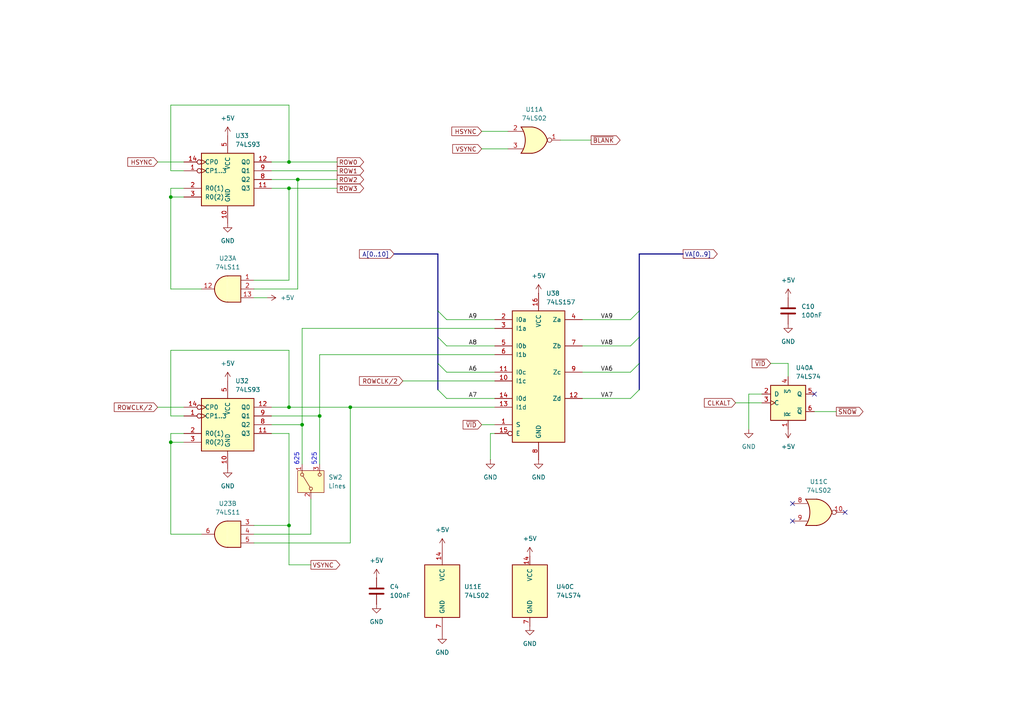
<source format=kicad_sch>
(kicad_sch (version 20231120) (generator "eeschema") (generator_version "8.0")
  (paper "A4")
  (title_block (title "Dick Smith System 80 Video and Cassette") (date "1980"))
  (lib_symbols
    (symbol "74xx:74LS02" (pin_names (offset 1.016))
      (property "Reference" "U" (at 0 1.27 0))
      (property "Value" "74LS02" (at 0 -1.27 0))
      (symbol "74LS02_1_1"
        (arc (start -3.81 -3.81) (mid -2.589 0) (end -3.81 3.81) (stroke (width 0.254)))
        (arc (start -0.6096 -3.81) (mid 2.1842 -2.5851) (end 3.81 0) (stroke (width 0.254)) (fill (type background)))
        (polyline (pts (xy -3.81 -3.81) (xy -0.635 -3.81)) (stroke (width 0.254)) (fill (type background)))
        (polyline (pts (xy -3.81 3.81) (xy -0.635 3.81)) (stroke (width 0.254)) (fill (type background)))
        (polyline (pts (xy -0.635 3.81) (xy -3.81 3.81) (xy -3.81 3.81) (xy -3.556 3.4036) (xy -3.0226 2.2606) (xy -2.6924 1.0414) (xy -2.6162 -0.254) (xy -2.7686 -1.4986) (xy -3.175 -2.7178) (xy -3.81 -3.81) (xy -3.81 -3.81) (xy -0.635 -3.81)) (stroke (width -25.4)) (fill (type background)))
        (arc (start 3.81 0) (mid 2.1915 2.5936) (end -0.6096 3.81) (stroke (width 0.254)) (fill (type background)))
        (pin output inverted (at 7.62 0 180) (length 3.81) (name "~") (number "1"))
        (pin input line (at -7.62 2.54 0) (length 4.318) (name "~") (number "2"))
        (pin input line (at -7.62 -2.54 0) (length 4.318) (name "~") (number "3"))
      )
      (symbol "74LS02_1_2"
        (arc (start 0 -3.81) (mid 3.7934 0) (end 0 3.81) (stroke (width 0.254)) (fill (type background)))
        (polyline (pts (xy 0 3.81) (xy -3.81 3.81) (xy -3.81 -3.81) (xy 0 -3.81)) (stroke (width 0.254)) (fill (type background)))
        (pin output line (at 7.62 0 180) (length 3.81) (name "~") (number "1"))
        (pin input inverted (at -7.62 2.54 0) (length 3.81) (name "~") (number "2"))
        (pin input inverted (at -7.62 -2.54 0) (length 3.81) (name "~") (number "3"))
      )
      (symbol "74LS02_2_1"
        (arc (start -3.81 -3.81) (mid -2.589 0) (end -3.81 3.81) (stroke (width 0.254)))
        (arc (start -0.6096 -3.81) (mid 2.1842 -2.5851) (end 3.81 0) (stroke (width 0.254)) (fill (type background)))
        (polyline (pts (xy -3.81 -3.81) (xy -0.635 -3.81)) (stroke (width 0.254)) (fill (type background)))
        (polyline (pts (xy -3.81 3.81) (xy -0.635 3.81)) (stroke (width 0.254)) (fill (type background)))
        (polyline (pts (xy -0.635 3.81) (xy -3.81 3.81) (xy -3.81 3.81) (xy -3.556 3.4036) (xy -3.0226 2.2606) (xy -2.6924 1.0414) (xy -2.6162 -0.254) (xy -2.7686 -1.4986) (xy -3.175 -2.7178) (xy -3.81 -3.81) (xy -3.81 -3.81) (xy -0.635 -3.81)) (stroke (width -25.4)) (fill (type background)))
        (arc (start 3.81 0) (mid 2.1915 2.5936) (end -0.6096 3.81) (stroke (width 0.254)) (fill (type background)))
        (pin output inverted (at 7.62 0 180) (length 3.81) (name "~") (number "4"))
        (pin input line (at -7.62 2.54 0) (length 4.318) (name "~") (number "5"))
        (pin input line (at -7.62 -2.54 0) (length 4.318) (name "~") (number "6"))
      )
      (symbol "74LS02_2_2"
        (arc (start 0 -3.81) (mid 3.7934 0) (end 0 3.81) (stroke (width 0.254)) (fill (type background)))
        (polyline (pts (xy 0 3.81) (xy -3.81 3.81) (xy -3.81 -3.81) (xy 0 -3.81)) (stroke (width 0.254)) (fill (type background)))
        (pin output line (at 7.62 0 180) (length 3.81) (name "~") (number "4"))
        (pin input inverted (at -7.62 2.54 0) (length 3.81) (name "~") (number "5"))
        (pin input inverted (at -7.62 -2.54 0) (length 3.81) (name "~") (number "6"))
      )
      (symbol "74LS02_3_1"
        (arc (start -3.81 -3.81) (mid -2.589 0) (end -3.81 3.81) (stroke (width 0.254)))
        (arc (start -0.6096 -3.81) (mid 2.1842 -2.5851) (end 3.81 0) (stroke (width 0.254)) (fill (type background)))
        (polyline (pts (xy -3.81 -3.81) (xy -0.635 -3.81)) (stroke (width 0.254)) (fill (type background)))
        (polyline (pts (xy -3.81 3.81) (xy -0.635 3.81)) (stroke (width 0.254)) (fill (type background)))
        (polyline (pts (xy -0.635 3.81) (xy -3.81 3.81) (xy -3.81 3.81) (xy -3.556 3.4036) (xy -3.0226 2.2606) (xy -2.6924 1.0414) (xy -2.6162 -0.254) (xy -2.7686 -1.4986) (xy -3.175 -2.7178) (xy -3.81 -3.81) (xy -3.81 -3.81) (xy -0.635 -3.81)) (stroke (width -25.4)) (fill (type background)))
        (arc (start 3.81 0) (mid 2.1915 2.5936) (end -0.6096 3.81) (stroke (width 0.254)) (fill (type background)))
        (pin output inverted (at 7.62 0 180) (length 3.81) (name "~") (number "10"))
        (pin input line (at -7.62 2.54 0) (length 4.318) (name "~") (number "8"))
        (pin input line (at -7.62 -2.54 0) (length 4.318) (name "~") (number "9"))
      )
      (symbol "74LS02_3_2"
        (arc (start 0 -3.81) (mid 3.7934 0) (end 0 3.81) (stroke (width 0.254)) (fill (type background)))
        (polyline (pts (xy 0 3.81) (xy -3.81 3.81) (xy -3.81 -3.81) (xy 0 -3.81)) (stroke (width 0.254)) (fill (type background)))
        (pin output line (at 7.62 0 180) (length 3.81) (name "~") (number "10"))
        (pin input inverted (at -7.62 2.54 0) (length 3.81) (name "~") (number "8"))
        (pin input inverted (at -7.62 -2.54 0) (length 3.81) (name "~") (number "9"))
      )
      (symbol "74LS02_4_1"
        (arc (start -3.81 -3.81) (mid -2.589 0) (end -3.81 3.81) (stroke (width 0.254)))
        (arc (start -0.6096 -3.81) (mid 2.1842 -2.5851) (end 3.81 0) (stroke (width 0.254)) (fill (type background)))
        (polyline (pts (xy -3.81 -3.81) (xy -0.635 -3.81)) (stroke (width 0.254)) (fill (type background)))
        (polyline (pts (xy -3.81 3.81) (xy -0.635 3.81)) (stroke (width 0.254)) (fill (type background)))
        (polyline (pts (xy -0.635 3.81) (xy -3.81 3.81) (xy -3.81 3.81) (xy -3.556 3.4036) (xy -3.0226 2.2606) (xy -2.6924 1.0414) (xy -2.6162 -0.254) (xy -2.7686 -1.4986) (xy -3.175 -2.7178) (xy -3.81 -3.81) (xy -3.81 -3.81) (xy -0.635 -3.81)) (stroke (width -25.4)) (fill (type background)))
        (arc (start 3.81 0) (mid 2.1915 2.5936) (end -0.6096 3.81) (stroke (width 0.254)) (fill (type background)))
        (pin input line (at -7.62 2.54 0) (length 4.318) (name "~") (number "11"))
        (pin input line (at -7.62 -2.54 0) (length 4.318) (name "~") (number "12"))
        (pin output inverted (at 7.62 0 180) (length 3.81) (name "~") (number "13"))
      )
      (symbol "74LS02_4_2"
        (arc (start 0 -3.81) (mid 3.7934 0) (end 0 3.81) (stroke (width 0.254)) (fill (type background)))
        (polyline (pts (xy 0 3.81) (xy -3.81 3.81) (xy -3.81 -3.81) (xy 0 -3.81)) (stroke (width 0.254)) (fill (type background)))
        (pin input inverted (at -7.62 2.54 0) (length 3.81) (name "~") (number "11"))
        (pin input inverted (at -7.62 -2.54 0) (length 3.81) (name "~") (number "12"))
        (pin output line (at 7.62 0 180) (length 3.81) (name "~") (number "13"))
      )
      (symbol "74LS02_5_0"
        (pin power_in line (at 0 12.7 270) (length 5.08) (name "VCC") (number "14"))
        (pin power_in line (at 0 -12.7 90) (length 5.08) (name "GND") (number "7"))
      )
      (symbol "74LS02_5_1"
        (rectangle (start -5.08 7.62) (end 5.08 -7.62) (stroke (width 0.254)) (fill (type background)))
      )
    )
    (symbol "74xx:74LS11" (pin_names (offset 1.016))
      (property "Reference" "U" (at 0 1.27 0))
      (property "Value" "74LS11" (at 0 -1.27 0))
      (symbol "74LS11_1_1"
        (arc (start 0 -3.81) (mid 3.7934 0) (end 0 3.81) (stroke (width 0.254)) (fill (type background)))
        (polyline (pts (xy 0 3.81) (xy -3.81 3.81) (xy -3.81 -3.81) (xy 0 -3.81)) (stroke (width 0.254)) (fill (type background)))
        (pin input line (at -7.62 2.54 0) (length 3.81) (name "~") (number "1"))
        (pin output line (at 7.62 0 180) (length 3.81) (name "~") (number "12"))
        (pin input line (at -7.62 -2.54 0) (length 3.81) (name "~") (number "13"))
        (pin input line (at -7.62 0 0) (length 3.81) (name "~") (number "2"))
      )
      (symbol "74LS11_1_2"
        (arc (start -3.81 -3.81) (mid -2.589 0) (end -3.81 3.81) (stroke (width 0.254)))
        (arc (start -0.6096 -3.81) (mid 2.1842 -2.5851) (end 3.81 0) (stroke (width 0.254)) (fill (type background)))
        (polyline (pts (xy -3.81 -3.81) (xy -0.635 -3.81)) (stroke (width 0.254)) (fill (type background)))
        (polyline (pts (xy -3.81 3.81) (xy -0.635 3.81)) (stroke (width 0.254)) (fill (type background)))
        (polyline (pts (xy -0.635 3.81) (xy -3.81 3.81) (xy -3.81 3.81) (xy -3.556 3.4036) (xy -3.0226 2.2606) (xy -2.6924 1.0414) (xy -2.6162 -0.254) (xy -2.7686 -1.4986) (xy -3.175 -2.7178) (xy -3.81 -3.81) (xy -3.81 -3.81) (xy -0.635 -3.81)) (stroke (width -25.4)) (fill (type background)))
        (arc (start 3.81 0) (mid 2.1915 2.5936) (end -0.6096 3.81) (stroke (width 0.254)) (fill (type background)))
        (pin input inverted (at -7.62 2.54 0) (length 4.318) (name "~") (number "1"))
        (pin output inverted (at 7.62 0 180) (length 3.81) (name "~") (number "12"))
        (pin input inverted (at -7.62 -2.54 0) (length 4.318) (name "~") (number "13"))
        (pin input inverted (at -7.62 0 0) (length 4.953) (name "~") (number "2"))
      )
      (symbol "74LS11_2_1"
        (arc (start 0 -3.81) (mid 3.7934 0) (end 0 3.81) (stroke (width 0.254)) (fill (type background)))
        (polyline (pts (xy 0 3.81) (xy -3.81 3.81) (xy -3.81 -3.81) (xy 0 -3.81)) (stroke (width 0.254)) (fill (type background)))
        (pin input line (at -7.62 2.54 0) (length 3.81) (name "~") (number "3"))
        (pin input line (at -7.62 0 0) (length 3.81) (name "~") (number "4"))
        (pin input line (at -7.62 -2.54 0) (length 3.81) (name "~") (number "5"))
        (pin output line (at 7.62 0 180) (length 3.81) (name "~") (number "6"))
      )
      (symbol "74LS11_2_2"
        (arc (start -3.81 -3.81) (mid -2.589 0) (end -3.81 3.81) (stroke (width 0.254)))
        (arc (start -0.6096 -3.81) (mid 2.1842 -2.5851) (end 3.81 0) (stroke (width 0.254)) (fill (type background)))
        (polyline (pts (xy -3.81 -3.81) (xy -0.635 -3.81)) (stroke (width 0.254)) (fill (type background)))
        (polyline (pts (xy -3.81 3.81) (xy -0.635 3.81)) (stroke (width 0.254)) (fill (type background)))
        (polyline (pts (xy -0.635 3.81) (xy -3.81 3.81) (xy -3.81 3.81) (xy -3.556 3.4036) (xy -3.0226 2.2606) (xy -2.6924 1.0414) (xy -2.6162 -0.254) (xy -2.7686 -1.4986) (xy -3.175 -2.7178) (xy -3.81 -3.81) (xy -3.81 -3.81) (xy -0.635 -3.81)) (stroke (width -25.4)) (fill (type background)))
        (arc (start 3.81 0) (mid 2.1915 2.5936) (end -0.6096 3.81) (stroke (width 0.254)) (fill (type background)))
        (pin input inverted (at -7.62 2.54 0) (length 4.318) (name "~") (number "3"))
        (pin input inverted (at -7.62 0 0) (length 4.953) (name "~") (number "4"))
        (pin input inverted (at -7.62 -2.54 0) (length 4.318) (name "~") (number "5"))
        (pin output inverted (at 7.62 0 180) (length 3.81) (name "~") (number "6"))
      )
      (symbol "74LS11_3_1"
        (arc (start 0 -3.81) (mid 3.7934 0) (end 0 3.81) (stroke (width 0.254)) (fill (type background)))
        (polyline (pts (xy 0 3.81) (xy -3.81 3.81) (xy -3.81 -3.81) (xy 0 -3.81)) (stroke (width 0.254)) (fill (type background)))
        (pin input line (at -7.62 0 0) (length 3.81) (name "~") (number "10"))
        (pin input line (at -7.62 -2.54 0) (length 3.81) (name "~") (number "11"))
        (pin output line (at 7.62 0 180) (length 3.81) (name "~") (number "8"))
        (pin input line (at -7.62 2.54 0) (length 3.81) (name "~") (number "9"))
      )
      (symbol "74LS11_3_2"
        (arc (start -3.81 -3.81) (mid -2.589 0) (end -3.81 3.81) (stroke (width 0.254)))
        (arc (start -0.6096 -3.81) (mid 2.1842 -2.5851) (end 3.81 0) (stroke (width 0.254)) (fill (type background)))
        (polyline (pts (xy -3.81 -3.81) (xy -0.635 -3.81)) (stroke (width 0.254)) (fill (type background)))
        (polyline (pts (xy -3.81 3.81) (xy -0.635 3.81)) (stroke (width 0.254)) (fill (type background)))
        (polyline (pts (xy -0.635 3.81) (xy -3.81 3.81) (xy -3.81 3.81) (xy -3.556 3.4036) (xy -3.0226 2.2606) (xy -2.6924 1.0414) (xy -2.6162 -0.254) (xy -2.7686 -1.4986) (xy -3.175 -2.7178) (xy -3.81 -3.81) (xy -3.81 -3.81) (xy -0.635 -3.81)) (stroke (width -25.4)) (fill (type background)))
        (arc (start 3.81 0) (mid 2.1915 2.5936) (end -0.6096 3.81) (stroke (width 0.254)) (fill (type background)))
        (pin input inverted (at -7.62 0 0) (length 4.953) (name "~") (number "10"))
        (pin input inverted (at -7.62 -2.54 0) (length 4.318) (name "~") (number "11"))
        (pin output inverted (at 7.62 0 180) (length 3.81) (name "~") (number "8"))
        (pin input inverted (at -7.62 2.54 0) (length 4.318) (name "~") (number "9"))
      )
      (symbol "74LS11_4_0"
        (pin power_in line (at 0 12.7 270) (length 5.08) (name "VCC") (number "14"))
        (pin power_in line (at 0 -12.7 90) (length 5.08) (name "GND") (number "7"))
      )
      (symbol "74LS11_4_1"
        (rectangle (start -5.08 7.62) (end 5.08 -7.62) (stroke (width 0.254)) (fill (type background)))
      )
    )
    (symbol "74xx:74LS157" (pin_names (offset 1.016))
      (property "Reference" "U" (at -7.62 19.05 0))
      (property "Value" "74LS157" (at -7.62 -21.59 0))
      (symbol "74LS157_1_0"
        (pin input line (at -12.7 -15.24 0) (length 5.08) (name "S") (number "1"))
        (pin input line (at -12.7 -2.54 0) (length 5.08) (name "I1c") (number "10"))
        (pin input line (at -12.7 0 0) (length 5.08) (name "I0c") (number "11"))
        (pin output line (at 12.7 -7.62 180) (length 5.08) (name "Zd") (number "12"))
        (pin input line (at -12.7 -10.16 0) (length 5.08) (name "I1d") (number "13"))
        (pin input line (at -12.7 -7.62 0) (length 5.08) (name "I0d") (number "14"))
        (pin input inverted (at -12.7 -17.78 0) (length 5.08) (name "E") (number "15"))
        (pin power_in line (at 0 22.86 270) (length 5.08) (name "VCC") (number "16"))
        (pin input line (at -12.7 15.24 0) (length 5.08) (name "I0a") (number "2"))
        (pin input line (at -12.7 12.7 0) (length 5.08) (name "I1a") (number "3"))
        (pin output line (at 12.7 15.24 180) (length 5.08) (name "Za") (number "4"))
        (pin input line (at -12.7 7.62 0) (length 5.08) (name "I0b") (number "5"))
        (pin input line (at -12.7 5.08 0) (length 5.08) (name "I1b") (number "6"))
        (pin output line (at 12.7 7.62 180) (length 5.08) (name "Zb") (number "7"))
        (pin power_in line (at 0 -25.4 90) (length 5.08) (name "GND") (number "8"))
        (pin output line (at 12.7 0 180) (length 5.08) (name "Zc") (number "9"))
      )
      (symbol "74LS157_1_1"
        (rectangle (start -7.62 17.78) (end 7.62 -20.32) (stroke (width 0.254)) (fill (type background)))
      )
    )
    (symbol "74xx:74LS74" (pin_names (offset 1.016))
      (property "Reference" "U" (at -7.62 8.89 0))
      (property "Value" "74LS74" (at -7.62 -8.89 0))
      (symbol "74LS74_1_0"
        (pin input line (at 0 -7.62 90) (length 2.54) (name "~{R}") (number "1"))
        (pin input line (at -7.62 2.54 0) (length 2.54) (name "D") (number "2"))
        (pin input clock (at -7.62 0 0) (length 2.54) (name "C") (number "3"))
        (pin input line (at 0 7.62 270) (length 2.54) (name "~{S}") (number "4"))
        (pin output line (at 7.62 2.54 180) (length 2.54) (name "Q") (number "5"))
        (pin output line (at 7.62 -2.54 180) (length 2.54) (name "~{Q}") (number "6"))
      )
      (symbol "74LS74_1_1"
        (rectangle (start -5.08 5.08) (end 5.08 -5.08) (stroke (width 0.254)) (fill (type background)))
      )
      (symbol "74LS74_2_0"
        (pin input line (at 0 7.62 270) (length 2.54) (name "~{S}") (number "10"))
        (pin input clock (at -7.62 0 0) (length 2.54) (name "C") (number "11"))
        (pin input line (at -7.62 2.54 0) (length 2.54) (name "D") (number "12"))
        (pin input line (at 0 -7.62 90) (length 2.54) (name "~{R}") (number "13"))
        (pin output line (at 7.62 -2.54 180) (length 2.54) (name "~{Q}") (number "8"))
        (pin output line (at 7.62 2.54 180) (length 2.54) (name "Q") (number "9"))
      )
      (symbol "74LS74_2_1"
        (rectangle (start -5.08 5.08) (end 5.08 -5.08) (stroke (width 0.254)) (fill (type background)))
      )
      (symbol "74LS74_3_0"
        (pin power_in line (at 0 10.16 270) (length 2.54) (name "VCC") (number "14"))
        (pin power_in line (at 0 -10.16 90) (length 2.54) (name "GND") (number "7"))
      )
      (symbol "74LS74_3_1"
        (rectangle (start -5.08 7.62) (end 5.08 -7.62) (stroke (width 0.254)) (fill (type background)))
      )
    )
    (symbol "74xx:74LS93" (pin_names (offset 1.016))
      (property "Reference" "U" (at -7.62 8.89 0))
      (property "Value" "74LS93" (at -7.62 -8.89 0))
      (symbol "74LS93_1_0"
        (pin input inverted_clock (at -12.7 2.54 0) (length 5.08) (name "CP1..3") (number "1"))
        (pin power_in line (at 0 -12.7 90) (length 5.08) (name "GND") (number "10"))
        (pin output line (at 12.7 -2.54 180) (length 5.08) (name "Q3") (number "11"))
        (pin output line (at 12.7 5.08 180) (length 5.08) (name "Q0") (number "12"))
        (pin input inverted_clock (at -12.7 5.08 0) (length 5.08) (name "CP0") (number "14"))
        (pin input line (at -12.7 -2.54 0) (length 5.08) (name "R0(1)") (number "2"))
        (pin input line (at -12.7 -5.08 0) (length 5.08) (name "R0(2)") (number "3"))
        (pin power_in line (at 0 12.7 270) (length 5.08) (name "VCC") (number "5"))
        (pin output line (at 12.7 0 180) (length 5.08) (name "Q2") (number "8"))
        (pin output line (at 12.7 2.54 180) (length 5.08) (name "Q1") (number "9"))
      )
      (symbol "74LS93_1_1"
        (rectangle (start -7.62 7.62) (end 7.62 -7.62) (stroke (width 0.254)) (fill (type background)))
      )
    )
    (symbol "Device:C" (pin_numbers hide) (pin_names (offset 0.254))
      (property "Reference" "C" (at 0.635 2.54 0))
      (property "Value" "C" (at 0.635 -2.54 0))
      (symbol "C_0_1"
        (polyline (pts (xy -2.032 -0.762) (xy 2.032 -0.762)) (stroke (width 0.508)))
        (polyline (pts (xy -2.032 0.762) (xy 2.032 0.762)) (stroke (width 0.508)))
      )
      (symbol "C_1_1"
        (pin passive line (at 0 3.81 270) (length 2.794) (name "~") (number "1"))
        (pin passive line (at 0 -3.81 90) (length 2.794) (name "~") (number "2"))
      )
    )
    (symbol "Switch:SW_SPDT" (pin_names (offset 0) hide)
      (property "Reference" "SW" (at 0 5.08 0))
      (property "Value" "SW_SPDT" (at 0 -5.08 0))
      (symbol "SW_SPDT_0_1"
        (circle (center -2.032 0) (radius 0.4572))
        (polyline (pts (xy -1.651 0.254) (xy 1.651 2.286)))
        (circle (center 2.032 -2.54) (radius 0.4572))
        (circle (center 2.032 2.54) (radius 0.4572))
      )
      (symbol "SW_SPDT_1_1"
        (rectangle (start -3.175 3.81) (end 3.175 -3.81) (fill (type background)))
        (pin passive line (at 5.08 2.54 180) (length 2.54) (name "A") (number "1"))
        (pin passive line (at -5.08 0 0) (length 2.54) (name "B") (number "2"))
        (pin passive line (at 5.08 -2.54 180) (length 2.54) (name "C") (number "3"))
      )
    )
    (symbol "power:+5V" (power) (pin_numbers hide) (pin_names (offset 0) hide)
      (property "Value" "+5V" (at 0 3.556 0))
      (symbol "+5V_0_1"
        (polyline (pts (xy -0.762 1.27) (xy 0 2.54)))
        (polyline (pts (xy 0 0) (xy 0 2.54)))
        (polyline (pts (xy 0 2.54) (xy 0.762 1.27)))
      )
      (symbol "+5V_1_1"
        (pin power_in line (at 0 0 90) (length 0) (name "~") (number "1"))
      )
    )
    (symbol "power:GND" (power) (pin_numbers hide) (pin_names (offset 0) hide)
      (property "Value" "GND" (at 0 -3.81 0))
      (symbol "GND_0_1"
        (polyline (pts (xy 0 0) (xy 0 -1.27) (xy 1.27 -1.27) (xy 0 -2.54) (xy -1.27 -1.27) (xy 0 -1.27)))
      )
      (symbol "GND_1_1"
        (pin power_in line (at 0 0 270) (length 0) (name "~") (number "1"))
      )
    )
  )
  (junction (at 49.53 57.15))
  (junction (at 87.63 123.19))
  (junction (at 83.82 118.11))
  (junction (at 101.6 118.11))
  (junction (at 83.82 54.61))
  (junction (at 92.71 120.65))
  (junction (at 86.36 52.07))
  (junction (at 83.82 46.99))
  (junction (at 49.53 128.27))
  (junction (at 83.82 152.4))
  (no_connect (at 229.87 146.05))
  (no_connect (at 245.11 148.59))
  (no_connect (at 229.87 151.13))
  (no_connect (at 236.22 114.3))
  (bus_entry (at 127 113.03) (size 2.54 2.54))
  (bus_entry (at 127 105.41) (size 2.54 2.54))
  (bus_entry (at 185.42 90.17) (size -2.54 2.54))
  (bus_entry (at 185.42 113.03) (size -2.54 2.54))
  (bus_entry (at 185.42 97.79) (size -2.54 2.54))
  (bus_entry (at 185.42 105.41) (size -2.54 2.54))
  (bus_entry (at 127 90.17) (size 2.54 2.54))
  (bus_entry (at 127 97.79) (size 2.54 2.54))
  (wire (pts (xy 78.74 46.99) (xy 83.82 46.99)))
  (bus (pts (xy 127 105.41) (xy 127 113.03)))
  (wire (pts (xy 49.53 120.65) (xy 53.34 120.65)))
  (wire (pts (xy 83.82 125.73) (xy 78.74 125.73)))
  (wire (pts (xy 86.36 83.82) (xy 73.66 83.82)))
  (wire (pts (xy 49.53 101.6) (xy 49.53 120.65)))
  (wire (pts (xy 139.7 123.19) (xy 143.51 123.19)))
  (bus (pts (xy 198.12 73.66) (xy 185.42 73.66)))
  (wire (pts (xy 101.6 118.11) (xy 143.51 118.11)))
  (wire (pts (xy 87.63 95.25) (xy 143.51 95.25)))
  (bus (pts (xy 127 90.17) (xy 127 97.79)))
  (wire (pts (xy 129.54 100.33) (xy 143.51 100.33)))
  (wire (pts (xy 182.88 92.71) (xy 168.91 92.71)))
  (bus (pts (xy 127 97.79) (xy 127 105.41)))
  (wire (pts (xy 142.24 133.35) (xy 142.24 125.73)))
  (wire (pts (xy 182.88 100.33) (xy 168.91 100.33)))
  (wire (pts (xy 49.53 128.27) (xy 49.53 125.73)))
  (wire (pts (xy 49.53 128.27) (xy 49.53 154.94)))
  (wire (pts (xy 73.66 152.4) (xy 83.82 152.4)))
  (wire (pts (xy 142.24 125.73) (xy 143.51 125.73)))
  (wire (pts (xy 90.17 144.78) (xy 90.17 154.94)))
  (wire (pts (xy 236.22 119.38) (xy 242.57 119.38)))
  (wire (pts (xy 83.82 46.99) (xy 83.82 30.48)))
  (wire (pts (xy 83.82 101.6) (xy 49.53 101.6)))
  (wire (pts (xy 78.74 118.11) (xy 83.82 118.11)))
  (wire (pts (xy 139.7 43.18) (xy 147.32 43.18)))
  (wire (pts (xy 228.6 105.41) (xy 223.52 105.41)))
  (wire (pts (xy 217.17 114.3) (xy 220.98 114.3)))
  (wire (pts (xy 87.63 123.19) (xy 87.63 134.62)))
  (wire (pts (xy 49.53 57.15) (xy 53.34 57.15)))
  (wire (pts (xy 101.6 118.11) (xy 101.6 157.48)))
  (wire (pts (xy 73.66 86.36) (xy 77.47 86.36)))
  (wire (pts (xy 83.82 118.11) (xy 83.82 101.6)))
  (wire (pts (xy 86.36 52.07) (xy 86.36 83.82)))
  (wire (pts (xy 83.82 46.99) (xy 97.79 46.99)))
  (wire (pts (xy 49.53 57.15) (xy 49.53 83.82)))
  (wire (pts (xy 213.36 116.84) (xy 220.98 116.84)))
  (wire (pts (xy 129.54 92.71) (xy 143.51 92.71)))
  (wire (pts (xy 182.88 115.57) (xy 168.91 115.57)))
  (wire (pts (xy 83.82 163.83) (xy 83.82 152.4)))
  (wire (pts (xy 87.63 95.25) (xy 87.63 123.19)))
  (wire (pts (xy 90.17 154.94) (xy 73.66 154.94)))
  (bus (pts (xy 185.42 73.66) (xy 185.42 90.17)))
  (wire (pts (xy 83.82 118.11) (xy 101.6 118.11)))
  (wire (pts (xy 101.6 157.48) (xy 73.66 157.48)))
  (wire (pts (xy 162.56 40.64) (xy 171.45 40.64)))
  (wire (pts (xy 58.42 154.94) (xy 49.53 154.94)))
  (wire (pts (xy 116.84 110.49) (xy 143.51 110.49)))
  (wire (pts (xy 92.71 102.87) (xy 143.51 102.87)))
  (wire (pts (xy 92.71 134.62) (xy 92.71 120.65)))
  (wire (pts (xy 217.17 124.46) (xy 217.17 114.3)))
  (wire (pts (xy 129.54 115.57) (xy 143.51 115.57)))
  (bus (pts (xy 185.42 90.17) (xy 185.42 97.79)))
  (bus (pts (xy 185.42 97.79) (xy 185.42 105.41)))
  (wire (pts (xy 49.53 125.73) (xy 53.34 125.73)))
  (wire (pts (xy 83.82 30.48) (xy 49.53 30.48)))
  (wire (pts (xy 78.74 49.53) (xy 97.79 49.53)))
  (bus (pts (xy 127 73.66) (xy 127 90.17)))
  (bus (pts (xy 114.3 73.66) (xy 127 73.66)))
  (wire (pts (xy 45.72 46.99) (xy 53.34 46.99)))
  (wire (pts (xy 78.74 120.65) (xy 92.71 120.65)))
  (wire (pts (xy 49.53 30.48) (xy 49.53 49.53)))
  (bus (pts (xy 185.42 105.41) (xy 185.42 113.03)))
  (wire (pts (xy 83.82 125.73) (xy 83.82 152.4)))
  (wire (pts (xy 49.53 54.61) (xy 53.34 54.61)))
  (wire (pts (xy 83.82 54.61) (xy 97.79 54.61)))
  (wire (pts (xy 129.54 107.95) (xy 143.51 107.95)))
  (wire (pts (xy 58.42 83.82) (xy 49.53 83.82)))
  (wire (pts (xy 228.6 109.22) (xy 228.6 105.41)))
  (wire (pts (xy 83.82 81.28) (xy 83.82 54.61)))
  (wire (pts (xy 78.74 123.19) (xy 87.63 123.19)))
  (wire (pts (xy 49.53 49.53) (xy 53.34 49.53)))
  (wire (pts (xy 78.74 52.07) (xy 86.36 52.07)))
  (wire (pts (xy 139.7 38.1) (xy 147.32 38.1)))
  (wire (pts (xy 92.71 102.87) (xy 92.71 120.65)))
  (wire (pts (xy 86.36 52.07) (xy 97.79 52.07)))
  (wire (pts (xy 73.66 81.28) (xy 83.82 81.28)))
  (wire (pts (xy 182.88 107.95) (xy 168.91 107.95)))
  (wire (pts (xy 49.53 128.27) (xy 53.34 128.27)))
  (wire (pts (xy 83.82 54.61) (xy 78.74 54.61)))
  (wire (pts (xy 49.53 57.15) (xy 49.53 54.61)))
  (wire (pts (xy 45.72 118.11) (xy 53.34 118.11)))
  (wire (pts (xy 90.17 163.83) (xy 83.82 163.83)))
  (text "625" (at 86.106 133.096 90) (effects (font (size 1.27 1.27))))
  (text "525" (at 91.186 133.096 90) (effects (font (size 1.27 1.27))))
  (label "VA7" (at 177.8 115.57 180))
  (label "A9" (at 135.89 92.71 0))
  (label "A8" (at 135.89 100.33 0))
  (label "VA9" (at 177.8 92.71 180))
  (label "A6" (at 135.89 107.95 0))
  (label "VA6" (at 177.8 107.95 180))
  (label "A7" (at 135.89 115.57 0))
  (label "VA8" (at 177.8 100.33 180))
  (global_label "ROWCLK{slash}2" (shape input) (at 116.84 110.49 180) (property "Intersheetrefs" "${INTERSHEET_REFS}" (effects (hide yes))))
  (global_label "ROW1" (shape output) (at 97.79 49.53 0) (property "Intersheetrefs" "${INTERSHEET_REFS}" (effects (hide yes))))
  (global_label "HSYNC" (shape input) (at 139.7 38.1 180) (property "Intersheetrefs" "${INTERSHEET_REFS}" (effects (hide yes))))
  (global_label "ROW3" (shape output) (at 97.79 54.61 0) (property "Intersheetrefs" "${INTERSHEET_REFS}" (effects (hide yes))))
  (global_label "ROWCLK{slash}2" (shape input) (at 45.72 118.11 180) (property "Intersheetrefs" "${INTERSHEET_REFS}" (effects (hide yes))))
  (global_label "~{SNOW}" (shape output) (at 242.57 119.38 0) (property "Intersheetrefs" "${INTERSHEET_REFS}" (effects (hide yes))))
  (global_label "~{VID}" (shape input) (at 139.7 123.19 180) (property "Intersheetrefs" "${INTERSHEET_REFS}" (effects (hide yes))))
  (global_label "~{VID}" (shape input) (at 223.52 105.41 180) (property "Intersheetrefs" "${INTERSHEET_REFS}" (effects (hide yes))))
  (global_label "CLKALT" (shape input) (at 213.36 116.84 180) (property "Intersheetrefs" "${INTERSHEET_REFS}" (effects (hide yes))))
  (global_label "A[0..10]" (shape input) (at 114.3 73.66 180) (property "Intersheetrefs" "${INTERSHEET_REFS}" (effects (hide yes))))
  (global_label "VSYNC" (shape input) (at 139.7 43.18 180) (property "Intersheetrefs" "${INTERSHEET_REFS}" (effects (hide yes))))
  (global_label "ROW2" (shape output) (at 97.79 52.07 0) (property "Intersheetrefs" "${INTERSHEET_REFS}" (effects (hide yes))))
  (global_label "HSYNC" (shape input) (at 45.72 46.99 180) (property "Intersheetrefs" "${INTERSHEET_REFS}" (effects (hide yes))))
  (global_label "~{BLANK}" (shape output) (at 171.45 40.64 0) (property "Intersheetrefs" "${INTERSHEET_REFS}" (effects (hide yes))))
  (global_label "VA[0..9]" (shape output) (at 198.12 73.66 0) (property "Intersheetrefs" "${INTERSHEET_REFS}" (effects (hide yes))))
  (global_label "ROW0" (shape output) (at 97.79 46.99 0) (property "Intersheetrefs" "${INTERSHEET_REFS}" (effects (hide yes))))
  (global_label "VSYNC" (shape output) (at 90.17 163.83 0) (property "Intersheetrefs" "${INTERSHEET_REFS}" (effects (hide yes))))
  (symbol (lib_id "power:+5V") (at 228.6 86.36 0) (unit 1)
    (property "Reference" "#PWR0188" (effects (hide yes)))
    (property "Value" "+5V" (at 228.6 81.28 0))
    (property "Description" "Power symbol creates a global label with name \"+5V\"" (effects (hide yes)))
  )
  (symbol (lib_id "Device:C") (at 228.6 90.17 0) (unit 1)
    (property "Reference" "C10" (at 232.41 88.8999 0) (effects (justify left)))
    (property "Value" "100nF" (at 232.41 91.4399 0) (effects (justify left)))
    (property "Description" "Unpolarized capacitor" (effects (hide yes)))
  )
  (symbol (lib_id "74xx:74LS11") (at 66.04 154.94 0) (mirror y) (unit 2)
    (property "Reference" "U23" (at 66.0483 146.05 0))
    (property "Value" "74LS11" (at 66.0483 148.59 0))
    (property "Footprint" "Package_DIP:DIP-14_W7.62mm" (effects (hide yes)))
    (property "Datasheet" "http://www.ti.com/lit/gpn/sn74LS11" (effects (hide yes)))
    (property "Description" "Triple 3-input AND" (effects (hide yes)))
  )
  (symbol (lib_id "power:+5V") (at 77.47 86.36 270) (unit 1)
    (property "Reference" "#PWR045" (effects (hide yes)))
    (property "Value" "+5V" (at 81.28 86.3599 90) (effects (justify left)))
    (property "Description" "Power symbol creates a global label with name \"+5V\"" (effects (hide yes)))
  )
  (symbol (lib_id "power:+5V") (at 66.04 39.37 0) (unit 1)
    (property "Reference" "#PWR046" (effects (hide yes)))
    (property "Value" "+5V" (at 66.04 34.29 0))
    (property "Description" "Power symbol creates a global label with name \"+5V\"" (effects (hide yes)))
  )
  (symbol (lib_id "power:GND") (at 228.6 93.98 0) (unit 1)
    (property "Reference" "#PWR0189" (effects (hide yes)))
    (property "Value" "GND" (at 228.6 99.06 0))
    (property "Description" "Power symbol creates a global label with name \"GND\" , ground" (effects (hide yes)))
  )
  (symbol (lib_id "power:+5V") (at 66.04 110.49 0) (unit 1)
    (property "Reference" "#PWR048" (effects (hide yes)))
    (property "Value" "+5V" (at 66.04 105.41 0))
    (property "Description" "Power symbol creates a global label with name \"+5V\"" (effects (hide yes)))
  )
  (symbol (lib_id "74xx:74LS74") (at 153.67 171.45 0) (unit 3)
    (property "Reference" "U40" (at 161.29 170.1799 0) (effects (justify left)))
    (property "Value" "74LS74" (at 161.29 172.7199 0) (effects (justify left)))
    (property "Footprint" "Package_DIP:DIP-14_W7.62mm" (effects (hide yes)))
    (property "Datasheet" "74xx/74hc_hct74.pdf" (effects (hide yes)))
    (property "Description" "Dual D Flip-flop, Set & Reset" (effects (hide yes)))
  )
  (symbol (lib_id "74xx:74LS74") (at 228.6 116.84 0) (unit 1)
    (property "Reference" "U40" (at 230.7941 106.68 0) (effects (justify left)))
    (property "Value" "74LS74" (at 230.7941 109.22 0) (effects (justify left)))
    (property "Footprint" "Package_DIP:DIP-14_W7.62mm" (effects (hide yes)))
    (property "Datasheet" "74xx/74hc_hct74.pdf" (effects (hide yes)))
    (property "Description" "Dual D Flip-flop, Set & Reset" (effects (hide yes)))
  )
  (symbol (lib_id "74xx:74LS02") (at 128.27 171.45 0) (unit 5)
    (property "Reference" "U11" (at 134.62 170.1799 0) (effects (justify left)))
    (property "Value" "74LS02" (at 134.62 172.7199 0) (effects (justify left)))
    (property "Footprint" "Package_DIP:DIP-14_W7.62mm" (effects (hide yes)))
    (property "Datasheet" "http://www.ti.com/lit/gpn/sn74ls02" (effects (hide yes)))
    (property "Description" "quad 2-input NOR gate" (effects (hide yes)))
  )
  (symbol (lib_id "74xx:74LS93") (at 66.04 52.07 0) (unit 1)
    (property "Reference" "U33" (at 68.2341 39.37 0) (effects (justify left)))
    (property "Value" "74LS93" (at 68.2341 41.91 0) (effects (justify left)))
    (property "Footprint" "Package_DIP:DIP-14_W7.62mm" (effects (hide yes)))
    (property "Datasheet" "http://www.ti.com/lit/gpn/sn74LS93" (effects (hide yes)))
    (property "Description" "Divide by 2 & 8 counter" (effects (hide yes)))
  )
  (symbol (lib_id "Device:C") (at 109.22 171.45 0) (unit 1)
    (property "Reference" "C4" (at 113.03 170.1799 0) (effects (justify left)))
    (property "Value" "100nF" (at 113.03 172.7199 0) (effects (justify left)))
    (property "Description" "Unpolarized capacitor" (effects (hide yes)))
  )
  (symbol (lib_id "power:+5V") (at 156.21 85.09 0) (unit 1)
    (property "Reference" "#PWR060" (effects (hide yes)))
    (property "Value" "+5V" (at 156.21 80.01 0))
    (property "Description" "Power symbol creates a global label with name \"+5V\"" (effects (hide yes)))
  )
  (symbol (lib_id "74xx:74LS93") (at 66.04 123.19 0) (unit 1)
    (property "Reference" "U32" (at 68.2341 110.49 0) (effects (justify left)))
    (property "Value" "74LS93" (at 68.2341 113.03 0) (effects (justify left)))
    (property "Footprint" "Package_DIP:DIP-14_W7.62mm" (effects (hide yes)))
    (property "Datasheet" "http://www.ti.com/lit/gpn/sn74LS93" (effects (hide yes)))
    (property "Description" "Divide by 2 & 8 counter" (effects (hide yes)))
  )
  (symbol (lib_id "power:GND") (at 217.17 124.46 0) (unit 1)
    (property "Reference" "#PWR051" (effects (hide yes)))
    (property "Value" "GND" (at 217.17 129.54 0))
    (property "Description" "Power symbol creates a global label with name \"GND\" , ground" (effects (hide yes)))
  )
  (symbol (lib_id "power:+5V") (at 128.27 158.75 0) (unit 1)
    (property "Reference" "#PWR052" (effects (hide yes)))
    (property "Value" "+5V" (at 128.27 153.67 0))
    (property "Description" "Power symbol creates a global label with name \"+5V\"" (effects (hide yes)))
  )
  (symbol (lib_id "74xx:74LS02") (at 154.94 40.64 0) (unit 1)
    (property "Reference" "U11" (at 154.94 31.75 0))
    (property "Value" "74LS02" (at 154.94 34.29 0))
    (property "Footprint" "Package_DIP:DIP-14_W7.62mm" (effects (hide yes)))
    (property "Datasheet" "http://www.ti.com/lit/gpn/sn74ls02" (effects (hide yes)))
    (property "Description" "quad 2-input NOR gate" (effects (hide yes)))
  )
  (symbol (lib_id "power:GND") (at 109.22 175.26 0) (unit 1)
    (property "Reference" "#PWR0179" (effects (hide yes)))
    (property "Value" "GND" (at 109.22 180.34 0))
    (property "Description" "Power symbol creates a global label with name \"GND\" , ground" (effects (hide yes)))
  )
  (symbol (lib_id "power:GND") (at 156.21 133.35 0) (unit 1)
    (property "Reference" "#PWR061" (effects (hide yes)))
    (property "Value" "GND" (at 156.21 138.43 0))
    (property "Description" "Power symbol creates a global label with name \"GND\" , ground" (effects (hide yes)))
  )
  (symbol (lib_id "power:GND") (at 66.04 135.89 0) (unit 1)
    (property "Reference" "#PWR049" (effects (hide yes)))
    (property "Value" "GND" (at 66.04 140.97 0))
    (property "Description" "Power symbol creates a global label with name \"GND\" , ground" (effects (hide yes)))
  )
  (symbol (lib_id "power:+5V") (at 109.22 167.64 0) (unit 1)
    (property "Reference" "#PWR0178" (effects (hide yes)))
    (property "Value" "+5V" (at 109.22 162.56 0))
    (property "Description" "Power symbol creates a global label with name \"+5V\"" (effects (hide yes)))
  )
  (symbol (lib_id "power:GND") (at 142.24 133.35 0) (unit 1)
    (property "Reference" "#PWR058" (effects (hide yes)))
    (property "Value" "GND" (at 142.24 138.43 0))
    (property "Description" "Power symbol creates a global label with name \"GND\" , ground" (effects (hide yes)))
  )
  (symbol (lib_id "74xx:74LS11") (at 66.04 83.82 0) (mirror y) (unit 1)
    (property "Reference" "U23" (at 66.0483 74.93 0))
    (property "Value" "74LS11" (at 66.0483 77.47 0))
    (property "Footprint" "Package_DIP:DIP-14_W7.62mm" (effects (hide yes)))
    (property "Datasheet" "http://www.ti.com/lit/gpn/sn74LS11" (effects (hide yes)))
    (property "Description" "Triple 3-input AND" (effects (hide yes)))
  )
  (symbol (lib_id "power:GND") (at 128.27 184.15 0) (unit 1)
    (property "Reference" "#PWR054" (effects (hide yes)))
    (property "Value" "GND" (at 128.27 189.23 0))
    (property "Description" "Power symbol creates a global label with name \"GND\" , ground" (effects (hide yes)))
  )
  (symbol (lib_id "Switch:SW_SPDT") (at 90.17 139.7 90) (unit 1)
    (property "Reference" "SW2" (at 95.25 138.4299 90) (effects (justify right)))
    (property "Value" "Lines" (at 95.25 140.9699 90) (effects (justify right)))
    (property "Description" "Switch, single pole double throw" (effects (hide yes)))
  )
  (symbol (lib_id "74xx:74LS157") (at 156.21 107.95 0) (unit 1)
    (property "Reference" "U38" (at 158.4041 85.09 0) (effects (justify left)))
    (property "Value" "74LS157" (at 158.4041 87.63 0) (effects (justify left)))
    (property "Footprint" "Package_DIP:DIP-16_W7.62mm" (effects (hide yes)))
    (property "Datasheet" "http://www.ti.com/lit/gpn/sn74LS157" (effects (hide yes)))
    (property "Description" "Quad 2 to 1 line Multiplexer" (effects (hide yes)))
  )
  (symbol (lib_id "power:GND") (at 153.67 181.61 0) (unit 1)
    (property "Reference" "#PWR055" (effects (hide yes)))
    (property "Value" "GND" (at 153.67 186.69 0))
    (property "Description" "Power symbol creates a global label with name \"GND\" , ground" (effects (hide yes)))
  )
  (symbol (lib_id "power:+5V") (at 228.6 124.46 180) (unit 1)
    (property "Reference" "#PWR050" (effects (hide yes)))
    (property "Value" "+5V" (at 228.6 129.54 0))
    (property "Description" "Power symbol creates a global label with name \"+5V\"" (effects (hide yes)))
  )
  (symbol (lib_id "power:+5V") (at 153.67 161.29 0) (unit 1)
    (property "Reference" "#PWR053" (effects (hide yes)))
    (property "Value" "+5V" (at 153.67 156.21 0))
    (property "Description" "Power symbol creates a global label with name \"+5V\"" (effects (hide yes)))
  )
  (symbol (lib_id "74xx:74LS02") (at 237.49 148.59 0) (unit 3)
    (property "Reference" "U11" (at 237.49 139.7 0))
    (property "Value" "74LS02" (at 237.49 142.24 0))
    (property "Footprint" "Package_DIP:DIP-14_W7.62mm" (effects (hide yes)))
    (property "Datasheet" "http://www.ti.com/lit/gpn/sn74ls02" (effects (hide yes)))
    (property "Description" "quad 2-input NOR gate" (effects (hide yes)))
  )
  (symbol (lib_id "power:GND") (at 66.04 64.77 0) (unit 1)
    (property "Reference" "#PWR047" (effects (hide yes)))
    (property "Value" "GND" (at 66.04 69.85 0))
    (property "Description" "Power symbol creates a global label with name \"GND\" , ground" (effects (hide yes)))
  )
)
</source>
